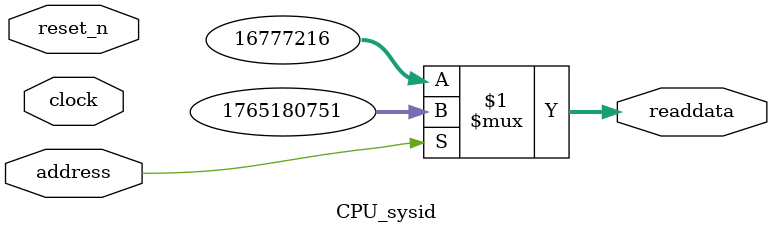
<source format=v>



// synthesis translate_off
`timescale 1ns / 1ps
// synthesis translate_on

// turn off superfluous verilog processor warnings 
// altera message_level Level1 
// altera message_off 10034 10035 10036 10037 10230 10240 10030 

module CPU_sysid (
               // inputs:
                address,
                clock,
                reset_n,

               // outputs:
                readdata
             )
;

  output  [ 31: 0] readdata;
  input            address;
  input            clock;
  input            reset_n;

  wire    [ 31: 0] readdata;
  //control_slave, which is an e_avalon_slave
  assign readdata = address ? 1765180751 : 16777216;

endmodule



</source>
